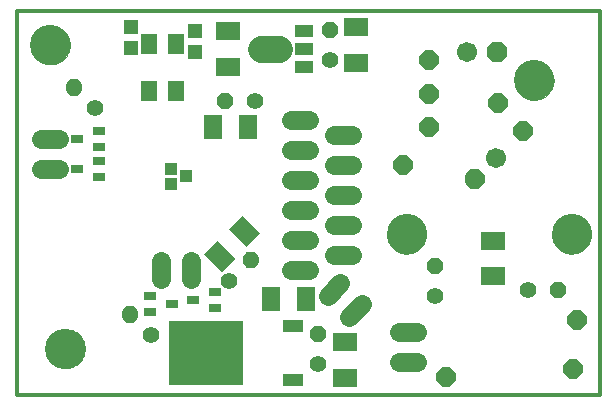
<source format=gbs>
G75*
%MOIN*%
%OFA0B0*%
%FSLAX24Y24*%
%IPPOS*%
%LPD*%
%AMOC8*
5,1,8,0,0,1.08239X$1,22.5*
%
%ADD10C,0.0125*%
%ADD11R,0.0631X0.0827*%
%ADD12R,0.0394X0.0316*%
%ADD13R,0.0465X0.0453*%
%ADD14R,0.2481X0.2166*%
%ADD15R,0.0670X0.0434*%
%ADD16C,0.0906*%
%ADD17R,0.0620X0.0413*%
%ADD18R,0.0827X0.0631*%
%ADD19R,0.0440X0.0440*%
%ADD20C,0.0112*%
%ADD21C,0.0560*%
%ADD22OC8,0.0560*%
%ADD23C,0.0640*%
%ADD24R,0.0552X0.0670*%
%ADD25C,0.0000*%
%ADD26C,0.1340*%
%ADD27OC8,0.0670*%
%ADD28C,0.0670*%
%ADD29C,0.0134*%
%ADD30OC8,0.0640*%
D10*
X000653Y001298D02*
X000653Y014098D01*
X020088Y014098D01*
X020088Y001298D01*
X000653Y001298D01*
D11*
G36*
X007937Y005861D02*
X007492Y005416D01*
X006909Y005999D01*
X007354Y006444D01*
X007937Y005861D01*
G37*
G36*
X008772Y006697D02*
X008327Y006252D01*
X007744Y006835D01*
X008189Y007280D01*
X008772Y006697D01*
G37*
X009125Y004523D03*
X010306Y004523D03*
X008381Y010248D03*
X007200Y010248D03*
D12*
X003402Y010104D03*
X003402Y009592D03*
X003402Y009104D03*
X003402Y008592D03*
X002654Y008848D03*
X002654Y009848D03*
X005091Y004604D03*
X005091Y004092D03*
X005839Y004348D03*
X006529Y004473D03*
X007277Y004729D03*
X007277Y004217D03*
D13*
X006590Y012753D03*
X006590Y013442D03*
X004465Y013567D03*
X004465Y012878D03*
D14*
X006981Y002723D03*
D15*
X009855Y003621D03*
X009855Y001825D03*
D16*
X009390Y012848D02*
X008800Y012848D01*
D17*
X010248Y012848D03*
X010248Y012257D03*
X010248Y013439D03*
D18*
X011965Y013564D03*
X011965Y012382D03*
X007715Y012257D03*
X007715Y013439D03*
X016528Y006451D03*
X016528Y005270D03*
X011590Y003064D03*
X011590Y001882D03*
D19*
X005815Y008348D03*
X005815Y008348D03*
X006315Y008598D03*
X006315Y008598D03*
X005815Y008848D03*
X005815Y008848D03*
D20*
X002512Y011744D02*
X002456Y011800D01*
X002642Y011800D01*
X002772Y011670D01*
X002772Y011484D01*
X002642Y011354D01*
X002456Y011354D01*
X002326Y011484D01*
X002326Y011670D01*
X002456Y011800D01*
X002491Y011716D01*
X002607Y011716D01*
X002688Y011635D01*
X002688Y011519D01*
X002607Y011438D01*
X002491Y011438D01*
X002410Y011519D01*
X002410Y011635D01*
X002491Y011716D01*
X002526Y011632D01*
X002572Y011632D01*
X002604Y011600D01*
X002604Y011554D01*
X002572Y011522D01*
X002526Y011522D01*
X002494Y011554D01*
X002494Y011600D01*
X002526Y011632D01*
X008611Y005864D02*
X008667Y005920D01*
X008667Y005734D01*
X008537Y005604D01*
X008351Y005604D01*
X008221Y005734D01*
X008221Y005920D01*
X008351Y006050D01*
X008537Y006050D01*
X008667Y005920D01*
X008583Y005885D01*
X008583Y005769D01*
X008502Y005688D01*
X008386Y005688D01*
X008305Y005769D01*
X008305Y005885D01*
X008386Y005966D01*
X008502Y005966D01*
X008583Y005885D01*
X008499Y005850D01*
X008499Y005804D01*
X008467Y005772D01*
X008421Y005772D01*
X008389Y005804D01*
X008389Y005850D01*
X008421Y005882D01*
X008467Y005882D01*
X008499Y005850D01*
X004387Y004181D02*
X004331Y004237D01*
X004517Y004237D01*
X004647Y004107D01*
X004647Y003921D01*
X004517Y003791D01*
X004331Y003791D01*
X004201Y003921D01*
X004201Y004107D01*
X004331Y004237D01*
X004366Y004153D01*
X004482Y004153D01*
X004563Y004072D01*
X004563Y003956D01*
X004482Y003875D01*
X004366Y003875D01*
X004285Y003956D01*
X004285Y004072D01*
X004366Y004153D01*
X004401Y004069D01*
X004447Y004069D01*
X004479Y004037D01*
X004479Y003991D01*
X004447Y003959D01*
X004401Y003959D01*
X004369Y003991D01*
X004369Y004037D01*
X004401Y004069D01*
D21*
X005131Y003307D03*
X007737Y005119D03*
X010715Y002348D03*
X014590Y004610D03*
X017715Y004798D03*
X008590Y011098D03*
X011090Y012473D03*
X003256Y010869D03*
D22*
X007590Y011098D03*
X011090Y013473D03*
X014590Y005610D03*
X010715Y003348D03*
X018715Y004798D03*
D23*
X014015Y003423D02*
X013415Y003423D01*
X013415Y002423D02*
X014015Y002423D01*
X012156Y004332D02*
X011732Y003907D01*
X011025Y004614D02*
X011449Y005039D01*
X010390Y005473D02*
X009790Y005473D01*
X009790Y006473D02*
X010390Y006473D01*
X011240Y006973D02*
X011840Y006973D01*
X011840Y005973D02*
X011240Y005973D01*
X010390Y007473D02*
X009790Y007473D01*
X009790Y008473D02*
X010390Y008473D01*
X011240Y008973D02*
X011840Y008973D01*
X011840Y009973D02*
X011240Y009973D01*
X010390Y010473D02*
X009790Y010473D01*
X009790Y009473D02*
X010390Y009473D01*
X011240Y007973D02*
X011840Y007973D01*
X006465Y005773D02*
X006465Y005173D01*
X005465Y005173D02*
X005465Y005773D01*
X002078Y008848D02*
X001478Y008848D01*
X001478Y009848D02*
X002078Y009848D01*
D24*
X005075Y011436D03*
X005981Y011436D03*
X005981Y013010D03*
X005075Y013010D03*
D25*
X001128Y012985D02*
X001130Y013035D01*
X001136Y013085D01*
X001146Y013135D01*
X001159Y013183D01*
X001176Y013231D01*
X001197Y013277D01*
X001221Y013321D01*
X001249Y013363D01*
X001280Y013403D01*
X001314Y013440D01*
X001351Y013475D01*
X001390Y013506D01*
X001431Y013535D01*
X001475Y013560D01*
X001521Y013582D01*
X001568Y013600D01*
X001616Y013614D01*
X001665Y013625D01*
X001715Y013632D01*
X001765Y013635D01*
X001816Y013634D01*
X001866Y013629D01*
X001916Y013620D01*
X001964Y013608D01*
X002012Y013591D01*
X002058Y013571D01*
X002103Y013548D01*
X002146Y013521D01*
X002186Y013491D01*
X002224Y013458D01*
X002259Y013422D01*
X002292Y013383D01*
X002321Y013342D01*
X002347Y013299D01*
X002370Y013254D01*
X002389Y013207D01*
X002404Y013159D01*
X002416Y013110D01*
X002424Y013060D01*
X002428Y013010D01*
X002428Y012960D01*
X002424Y012910D01*
X002416Y012860D01*
X002404Y012811D01*
X002389Y012763D01*
X002370Y012716D01*
X002347Y012671D01*
X002321Y012628D01*
X002292Y012587D01*
X002259Y012548D01*
X002224Y012512D01*
X002186Y012479D01*
X002146Y012449D01*
X002103Y012422D01*
X002058Y012399D01*
X002012Y012379D01*
X001964Y012362D01*
X001916Y012350D01*
X001866Y012341D01*
X001816Y012336D01*
X001765Y012335D01*
X001715Y012338D01*
X001665Y012345D01*
X001616Y012356D01*
X001568Y012370D01*
X001521Y012388D01*
X001475Y012410D01*
X001431Y012435D01*
X001390Y012464D01*
X001351Y012495D01*
X001314Y012530D01*
X001280Y012567D01*
X001249Y012607D01*
X001221Y012649D01*
X001197Y012693D01*
X001176Y012739D01*
X001159Y012787D01*
X001146Y012835D01*
X001136Y012885D01*
X001130Y012935D01*
X001128Y012985D01*
X013003Y006673D02*
X013005Y006723D01*
X013011Y006773D01*
X013021Y006823D01*
X013034Y006871D01*
X013051Y006919D01*
X013072Y006965D01*
X013096Y007009D01*
X013124Y007051D01*
X013155Y007091D01*
X013189Y007128D01*
X013226Y007163D01*
X013265Y007194D01*
X013306Y007223D01*
X013350Y007248D01*
X013396Y007270D01*
X013443Y007288D01*
X013491Y007302D01*
X013540Y007313D01*
X013590Y007320D01*
X013640Y007323D01*
X013691Y007322D01*
X013741Y007317D01*
X013791Y007308D01*
X013839Y007296D01*
X013887Y007279D01*
X013933Y007259D01*
X013978Y007236D01*
X014021Y007209D01*
X014061Y007179D01*
X014099Y007146D01*
X014134Y007110D01*
X014167Y007071D01*
X014196Y007030D01*
X014222Y006987D01*
X014245Y006942D01*
X014264Y006895D01*
X014279Y006847D01*
X014291Y006798D01*
X014299Y006748D01*
X014303Y006698D01*
X014303Y006648D01*
X014299Y006598D01*
X014291Y006548D01*
X014279Y006499D01*
X014264Y006451D01*
X014245Y006404D01*
X014222Y006359D01*
X014196Y006316D01*
X014167Y006275D01*
X014134Y006236D01*
X014099Y006200D01*
X014061Y006167D01*
X014021Y006137D01*
X013978Y006110D01*
X013933Y006087D01*
X013887Y006067D01*
X013839Y006050D01*
X013791Y006038D01*
X013741Y006029D01*
X013691Y006024D01*
X013640Y006023D01*
X013590Y006026D01*
X013540Y006033D01*
X013491Y006044D01*
X013443Y006058D01*
X013396Y006076D01*
X013350Y006098D01*
X013306Y006123D01*
X013265Y006152D01*
X013226Y006183D01*
X013189Y006218D01*
X013155Y006255D01*
X013124Y006295D01*
X013096Y006337D01*
X013072Y006381D01*
X013051Y006427D01*
X013034Y006475D01*
X013021Y006523D01*
X013011Y006573D01*
X013005Y006623D01*
X013003Y006673D01*
X018503Y006673D02*
X018505Y006723D01*
X018511Y006773D01*
X018521Y006823D01*
X018534Y006871D01*
X018551Y006919D01*
X018572Y006965D01*
X018596Y007009D01*
X018624Y007051D01*
X018655Y007091D01*
X018689Y007128D01*
X018726Y007163D01*
X018765Y007194D01*
X018806Y007223D01*
X018850Y007248D01*
X018896Y007270D01*
X018943Y007288D01*
X018991Y007302D01*
X019040Y007313D01*
X019090Y007320D01*
X019140Y007323D01*
X019191Y007322D01*
X019241Y007317D01*
X019291Y007308D01*
X019339Y007296D01*
X019387Y007279D01*
X019433Y007259D01*
X019478Y007236D01*
X019521Y007209D01*
X019561Y007179D01*
X019599Y007146D01*
X019634Y007110D01*
X019667Y007071D01*
X019696Y007030D01*
X019722Y006987D01*
X019745Y006942D01*
X019764Y006895D01*
X019779Y006847D01*
X019791Y006798D01*
X019799Y006748D01*
X019803Y006698D01*
X019803Y006648D01*
X019799Y006598D01*
X019791Y006548D01*
X019779Y006499D01*
X019764Y006451D01*
X019745Y006404D01*
X019722Y006359D01*
X019696Y006316D01*
X019667Y006275D01*
X019634Y006236D01*
X019599Y006200D01*
X019561Y006167D01*
X019521Y006137D01*
X019478Y006110D01*
X019433Y006087D01*
X019387Y006067D01*
X019339Y006050D01*
X019291Y006038D01*
X019241Y006029D01*
X019191Y006024D01*
X019140Y006023D01*
X019090Y006026D01*
X019040Y006033D01*
X018991Y006044D01*
X018943Y006058D01*
X018896Y006076D01*
X018850Y006098D01*
X018806Y006123D01*
X018765Y006152D01*
X018726Y006183D01*
X018689Y006218D01*
X018655Y006255D01*
X018624Y006295D01*
X018596Y006337D01*
X018572Y006381D01*
X018551Y006427D01*
X018534Y006475D01*
X018521Y006523D01*
X018511Y006573D01*
X018505Y006623D01*
X018503Y006673D01*
X017253Y011798D02*
X017255Y011848D01*
X017261Y011898D01*
X017271Y011948D01*
X017284Y011996D01*
X017301Y012044D01*
X017322Y012090D01*
X017346Y012134D01*
X017374Y012176D01*
X017405Y012216D01*
X017439Y012253D01*
X017476Y012288D01*
X017515Y012319D01*
X017556Y012348D01*
X017600Y012373D01*
X017646Y012395D01*
X017693Y012413D01*
X017741Y012427D01*
X017790Y012438D01*
X017840Y012445D01*
X017890Y012448D01*
X017941Y012447D01*
X017991Y012442D01*
X018041Y012433D01*
X018089Y012421D01*
X018137Y012404D01*
X018183Y012384D01*
X018228Y012361D01*
X018271Y012334D01*
X018311Y012304D01*
X018349Y012271D01*
X018384Y012235D01*
X018417Y012196D01*
X018446Y012155D01*
X018472Y012112D01*
X018495Y012067D01*
X018514Y012020D01*
X018529Y011972D01*
X018541Y011923D01*
X018549Y011873D01*
X018553Y011823D01*
X018553Y011773D01*
X018549Y011723D01*
X018541Y011673D01*
X018529Y011624D01*
X018514Y011576D01*
X018495Y011529D01*
X018472Y011484D01*
X018446Y011441D01*
X018417Y011400D01*
X018384Y011361D01*
X018349Y011325D01*
X018311Y011292D01*
X018271Y011262D01*
X018228Y011235D01*
X018183Y011212D01*
X018137Y011192D01*
X018089Y011175D01*
X018041Y011163D01*
X017991Y011154D01*
X017941Y011149D01*
X017890Y011148D01*
X017840Y011151D01*
X017790Y011158D01*
X017741Y011169D01*
X017693Y011183D01*
X017646Y011201D01*
X017600Y011223D01*
X017556Y011248D01*
X017515Y011277D01*
X017476Y011308D01*
X017439Y011343D01*
X017405Y011380D01*
X017374Y011420D01*
X017346Y011462D01*
X017322Y011506D01*
X017301Y011552D01*
X017284Y011600D01*
X017271Y011648D01*
X017261Y011698D01*
X017255Y011748D01*
X017253Y011798D01*
X001628Y002860D02*
X001630Y002910D01*
X001636Y002960D01*
X001646Y003010D01*
X001659Y003058D01*
X001676Y003106D01*
X001697Y003152D01*
X001721Y003196D01*
X001749Y003238D01*
X001780Y003278D01*
X001814Y003315D01*
X001851Y003350D01*
X001890Y003381D01*
X001931Y003410D01*
X001975Y003435D01*
X002021Y003457D01*
X002068Y003475D01*
X002116Y003489D01*
X002165Y003500D01*
X002215Y003507D01*
X002265Y003510D01*
X002316Y003509D01*
X002366Y003504D01*
X002416Y003495D01*
X002464Y003483D01*
X002512Y003466D01*
X002558Y003446D01*
X002603Y003423D01*
X002646Y003396D01*
X002686Y003366D01*
X002724Y003333D01*
X002759Y003297D01*
X002792Y003258D01*
X002821Y003217D01*
X002847Y003174D01*
X002870Y003129D01*
X002889Y003082D01*
X002904Y003034D01*
X002916Y002985D01*
X002924Y002935D01*
X002928Y002885D01*
X002928Y002835D01*
X002924Y002785D01*
X002916Y002735D01*
X002904Y002686D01*
X002889Y002638D01*
X002870Y002591D01*
X002847Y002546D01*
X002821Y002503D01*
X002792Y002462D01*
X002759Y002423D01*
X002724Y002387D01*
X002686Y002354D01*
X002646Y002324D01*
X002603Y002297D01*
X002558Y002274D01*
X002512Y002254D01*
X002464Y002237D01*
X002416Y002225D01*
X002366Y002216D01*
X002316Y002211D01*
X002265Y002210D01*
X002215Y002213D01*
X002165Y002220D01*
X002116Y002231D01*
X002068Y002245D01*
X002021Y002263D01*
X001975Y002285D01*
X001931Y002310D01*
X001890Y002339D01*
X001851Y002370D01*
X001814Y002405D01*
X001780Y002442D01*
X001749Y002482D01*
X001721Y002524D01*
X001697Y002568D01*
X001676Y002614D01*
X001659Y002662D01*
X001646Y002710D01*
X001636Y002760D01*
X001630Y002810D01*
X001628Y002860D01*
D26*
X002278Y002860D03*
X013653Y006673D03*
X019153Y006673D03*
X017903Y011798D03*
X001778Y012985D03*
D27*
X016653Y012735D03*
D28*
X015653Y012735D03*
X016631Y009214D03*
D29*
X015724Y008463D02*
X015657Y008396D01*
X015657Y008618D01*
X015813Y008774D01*
X016035Y008774D01*
X016191Y008618D01*
X016191Y008396D01*
X016035Y008240D01*
X015813Y008240D01*
X015657Y008396D01*
X015758Y008438D01*
X015758Y008576D01*
X015855Y008673D01*
X015993Y008673D01*
X016090Y008576D01*
X016090Y008438D01*
X015993Y008341D01*
X015855Y008341D01*
X015758Y008438D01*
X015858Y008479D01*
X015858Y008535D01*
X015896Y008573D01*
X015952Y008573D01*
X015990Y008535D01*
X015990Y008479D01*
X015952Y008441D01*
X015896Y008441D01*
X015858Y008479D01*
D30*
X017528Y010110D03*
X016715Y011048D03*
X014403Y011360D03*
X014403Y010235D03*
X013528Y008985D03*
X014403Y012485D03*
X019340Y003798D03*
X019215Y002173D03*
X014965Y001923D03*
M02*

</source>
